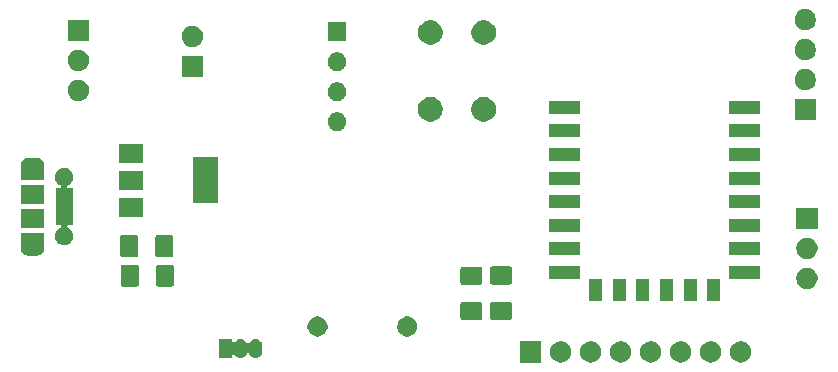
<source format=gbr>
%TF.GenerationSoftware,KiCad,Pcbnew,(5.1.5)-3*%
%TF.CreationDate,2020-12-29T21:36:43+13:00*%
%TF.ProjectId,SensorNodeCircuit,53656e73-6f72-44e6-9f64-654369726375,rev?*%
%TF.SameCoordinates,Original*%
%TF.FileFunction,Soldermask,Top*%
%TF.FilePolarity,Negative*%
%FSLAX46Y46*%
G04 Gerber Fmt 4.6, Leading zero omitted, Abs format (unit mm)*
G04 Created by KiCad (PCBNEW (5.1.5)-3) date 2020-12-29 21:36:43*
%MOMM*%
%LPD*%
G04 APERTURE LIST*
%ADD10C,0.100000*%
G04 APERTURE END LIST*
D10*
G36*
X163892712Y-106596727D02*
G01*
X164042012Y-106626424D01*
X164205984Y-106694344D01*
X164353554Y-106792947D01*
X164479053Y-106918446D01*
X164577656Y-107066016D01*
X164645576Y-107229988D01*
X164680200Y-107404059D01*
X164680200Y-107581541D01*
X164645576Y-107755612D01*
X164577656Y-107919584D01*
X164479053Y-108067154D01*
X164353554Y-108192653D01*
X164205984Y-108291256D01*
X164042012Y-108359176D01*
X163892712Y-108388873D01*
X163867942Y-108393800D01*
X163690458Y-108393800D01*
X163665688Y-108388873D01*
X163516388Y-108359176D01*
X163352416Y-108291256D01*
X163204846Y-108192653D01*
X163079347Y-108067154D01*
X162980744Y-107919584D01*
X162912824Y-107755612D01*
X162878200Y-107581541D01*
X162878200Y-107404059D01*
X162912824Y-107229988D01*
X162980744Y-107066016D01*
X163079347Y-106918446D01*
X163204846Y-106792947D01*
X163352416Y-106694344D01*
X163516388Y-106626424D01*
X163665688Y-106596727D01*
X163690458Y-106591800D01*
X163867942Y-106591800D01*
X163892712Y-106596727D01*
G37*
G36*
X161352712Y-106596727D02*
G01*
X161502012Y-106626424D01*
X161665984Y-106694344D01*
X161813554Y-106792947D01*
X161939053Y-106918446D01*
X162037656Y-107066016D01*
X162105576Y-107229988D01*
X162140200Y-107404059D01*
X162140200Y-107581541D01*
X162105576Y-107755612D01*
X162037656Y-107919584D01*
X161939053Y-108067154D01*
X161813554Y-108192653D01*
X161665984Y-108291256D01*
X161502012Y-108359176D01*
X161352712Y-108388873D01*
X161327942Y-108393800D01*
X161150458Y-108393800D01*
X161125688Y-108388873D01*
X160976388Y-108359176D01*
X160812416Y-108291256D01*
X160664846Y-108192653D01*
X160539347Y-108067154D01*
X160440744Y-107919584D01*
X160372824Y-107755612D01*
X160338200Y-107581541D01*
X160338200Y-107404059D01*
X160372824Y-107229988D01*
X160440744Y-107066016D01*
X160539347Y-106918446D01*
X160664846Y-106792947D01*
X160812416Y-106694344D01*
X160976388Y-106626424D01*
X161125688Y-106596727D01*
X161150458Y-106591800D01*
X161327942Y-106591800D01*
X161352712Y-106596727D01*
G37*
G36*
X146900200Y-108393800D02*
G01*
X145098200Y-108393800D01*
X145098200Y-106591800D01*
X146900200Y-106591800D01*
X146900200Y-108393800D01*
G37*
G36*
X148652712Y-106596727D02*
G01*
X148802012Y-106626424D01*
X148965984Y-106694344D01*
X149113554Y-106792947D01*
X149239053Y-106918446D01*
X149337656Y-107066016D01*
X149405576Y-107229988D01*
X149440200Y-107404059D01*
X149440200Y-107581541D01*
X149405576Y-107755612D01*
X149337656Y-107919584D01*
X149239053Y-108067154D01*
X149113554Y-108192653D01*
X148965984Y-108291256D01*
X148802012Y-108359176D01*
X148652712Y-108388873D01*
X148627942Y-108393800D01*
X148450458Y-108393800D01*
X148425688Y-108388873D01*
X148276388Y-108359176D01*
X148112416Y-108291256D01*
X147964846Y-108192653D01*
X147839347Y-108067154D01*
X147740744Y-107919584D01*
X147672824Y-107755612D01*
X147638200Y-107581541D01*
X147638200Y-107404059D01*
X147672824Y-107229988D01*
X147740744Y-107066016D01*
X147839347Y-106918446D01*
X147964846Y-106792947D01*
X148112416Y-106694344D01*
X148276388Y-106626424D01*
X148425688Y-106596727D01*
X148450458Y-106591800D01*
X148627942Y-106591800D01*
X148652712Y-106596727D01*
G37*
G36*
X151192712Y-106596727D02*
G01*
X151342012Y-106626424D01*
X151505984Y-106694344D01*
X151653554Y-106792947D01*
X151779053Y-106918446D01*
X151877656Y-107066016D01*
X151945576Y-107229988D01*
X151980200Y-107404059D01*
X151980200Y-107581541D01*
X151945576Y-107755612D01*
X151877656Y-107919584D01*
X151779053Y-108067154D01*
X151653554Y-108192653D01*
X151505984Y-108291256D01*
X151342012Y-108359176D01*
X151192712Y-108388873D01*
X151167942Y-108393800D01*
X150990458Y-108393800D01*
X150965688Y-108388873D01*
X150816388Y-108359176D01*
X150652416Y-108291256D01*
X150504846Y-108192653D01*
X150379347Y-108067154D01*
X150280744Y-107919584D01*
X150212824Y-107755612D01*
X150178200Y-107581541D01*
X150178200Y-107404059D01*
X150212824Y-107229988D01*
X150280744Y-107066016D01*
X150379347Y-106918446D01*
X150504846Y-106792947D01*
X150652416Y-106694344D01*
X150816388Y-106626424D01*
X150965688Y-106596727D01*
X150990458Y-106591800D01*
X151167942Y-106591800D01*
X151192712Y-106596727D01*
G37*
G36*
X156272712Y-106596727D02*
G01*
X156422012Y-106626424D01*
X156585984Y-106694344D01*
X156733554Y-106792947D01*
X156859053Y-106918446D01*
X156957656Y-107066016D01*
X157025576Y-107229988D01*
X157060200Y-107404059D01*
X157060200Y-107581541D01*
X157025576Y-107755612D01*
X156957656Y-107919584D01*
X156859053Y-108067154D01*
X156733554Y-108192653D01*
X156585984Y-108291256D01*
X156422012Y-108359176D01*
X156272712Y-108388873D01*
X156247942Y-108393800D01*
X156070458Y-108393800D01*
X156045688Y-108388873D01*
X155896388Y-108359176D01*
X155732416Y-108291256D01*
X155584846Y-108192653D01*
X155459347Y-108067154D01*
X155360744Y-107919584D01*
X155292824Y-107755612D01*
X155258200Y-107581541D01*
X155258200Y-107404059D01*
X155292824Y-107229988D01*
X155360744Y-107066016D01*
X155459347Y-106918446D01*
X155584846Y-106792947D01*
X155732416Y-106694344D01*
X155896388Y-106626424D01*
X156045688Y-106596727D01*
X156070458Y-106591800D01*
X156247942Y-106591800D01*
X156272712Y-106596727D01*
G37*
G36*
X158812712Y-106596727D02*
G01*
X158962012Y-106626424D01*
X159125984Y-106694344D01*
X159273554Y-106792947D01*
X159399053Y-106918446D01*
X159497656Y-107066016D01*
X159565576Y-107229988D01*
X159600200Y-107404059D01*
X159600200Y-107581541D01*
X159565576Y-107755612D01*
X159497656Y-107919584D01*
X159399053Y-108067154D01*
X159273554Y-108192653D01*
X159125984Y-108291256D01*
X158962012Y-108359176D01*
X158812712Y-108388873D01*
X158787942Y-108393800D01*
X158610458Y-108393800D01*
X158585688Y-108388873D01*
X158436388Y-108359176D01*
X158272416Y-108291256D01*
X158124846Y-108192653D01*
X157999347Y-108067154D01*
X157900744Y-107919584D01*
X157832824Y-107755612D01*
X157798200Y-107581541D01*
X157798200Y-107404059D01*
X157832824Y-107229988D01*
X157900744Y-107066016D01*
X157999347Y-106918446D01*
X158124846Y-106792947D01*
X158272416Y-106694344D01*
X158436388Y-106626424D01*
X158585688Y-106596727D01*
X158610458Y-106591800D01*
X158787942Y-106591800D01*
X158812712Y-106596727D01*
G37*
G36*
X153732712Y-106596727D02*
G01*
X153882012Y-106626424D01*
X154045984Y-106694344D01*
X154193554Y-106792947D01*
X154319053Y-106918446D01*
X154417656Y-107066016D01*
X154485576Y-107229988D01*
X154520200Y-107404059D01*
X154520200Y-107581541D01*
X154485576Y-107755612D01*
X154417656Y-107919584D01*
X154319053Y-108067154D01*
X154193554Y-108192653D01*
X154045984Y-108291256D01*
X153882012Y-108359176D01*
X153732712Y-108388873D01*
X153707942Y-108393800D01*
X153530458Y-108393800D01*
X153505688Y-108388873D01*
X153356388Y-108359176D01*
X153192416Y-108291256D01*
X153044846Y-108192653D01*
X152919347Y-108067154D01*
X152820744Y-107919584D01*
X152752824Y-107755612D01*
X152718200Y-107581541D01*
X152718200Y-107404059D01*
X152752824Y-107229988D01*
X152820744Y-107066016D01*
X152919347Y-106918446D01*
X153044846Y-106792947D01*
X153192416Y-106694344D01*
X153356388Y-106626424D01*
X153505688Y-106596727D01*
X153530458Y-106591800D01*
X153707942Y-106591800D01*
X153732712Y-106596727D01*
G37*
G36*
X122812915Y-106393334D02*
G01*
X122921491Y-106426271D01*
X122921494Y-106426272D01*
X122957600Y-106445571D01*
X123021556Y-106479756D01*
X123109264Y-106551736D01*
X123181244Y-106639443D01*
X123210589Y-106694344D01*
X123234728Y-106739505D01*
X123234729Y-106739508D01*
X123267666Y-106848084D01*
X123276000Y-106932702D01*
X123276000Y-107439297D01*
X123267666Y-107523916D01*
X123235252Y-107630767D01*
X123234728Y-107632495D01*
X123224761Y-107651141D01*
X123181244Y-107732557D01*
X123109264Y-107820264D01*
X123021557Y-107892244D01*
X122957601Y-107926429D01*
X122921495Y-107945728D01*
X122921492Y-107945729D01*
X122812916Y-107978666D01*
X122700000Y-107989787D01*
X122587085Y-107978666D01*
X122478509Y-107945729D01*
X122478506Y-107945728D01*
X122442400Y-107926429D01*
X122378444Y-107892244D01*
X122290737Y-107820264D01*
X122218757Y-107732557D01*
X122175239Y-107651141D01*
X122161625Y-107630766D01*
X122144298Y-107613439D01*
X122123924Y-107599826D01*
X122101285Y-107590448D01*
X122077252Y-107585668D01*
X122052748Y-107585668D01*
X122028715Y-107590448D01*
X122006076Y-107599826D01*
X121985701Y-107613440D01*
X121968374Y-107630767D01*
X121954761Y-107651141D01*
X121911244Y-107732557D01*
X121839264Y-107820264D01*
X121751557Y-107892244D01*
X121687601Y-107926429D01*
X121651495Y-107945728D01*
X121651492Y-107945729D01*
X121542916Y-107978666D01*
X121430000Y-107989787D01*
X121317085Y-107978666D01*
X121208509Y-107945729D01*
X121208506Y-107945728D01*
X121172400Y-107926429D01*
X121108444Y-107892244D01*
X121020737Y-107820264D01*
X120957622Y-107743359D01*
X120940297Y-107726034D01*
X120919923Y-107712420D01*
X120897284Y-107703043D01*
X120873250Y-107698263D01*
X120848746Y-107698263D01*
X120824713Y-107703044D01*
X120802074Y-107712421D01*
X120781700Y-107726035D01*
X120764373Y-107743362D01*
X120750759Y-107763736D01*
X120741382Y-107786375D01*
X120736000Y-107822660D01*
X120736000Y-107987000D01*
X119584000Y-107987000D01*
X119584000Y-106385000D01*
X120736000Y-106385000D01*
X120736000Y-106549341D01*
X120738402Y-106573727D01*
X120745515Y-106597176D01*
X120757066Y-106618787D01*
X120772611Y-106637729D01*
X120791553Y-106653274D01*
X120813164Y-106664825D01*
X120836613Y-106671938D01*
X120860999Y-106674340D01*
X120885385Y-106671938D01*
X120908834Y-106664825D01*
X120930445Y-106653274D01*
X120949387Y-106637729D01*
X120957608Y-106628657D01*
X121020736Y-106551736D01*
X121108443Y-106479756D01*
X121172399Y-106445571D01*
X121208505Y-106426272D01*
X121208508Y-106426271D01*
X121317084Y-106393334D01*
X121430000Y-106382213D01*
X121542915Y-106393334D01*
X121651491Y-106426271D01*
X121651494Y-106426272D01*
X121687600Y-106445571D01*
X121751556Y-106479756D01*
X121839264Y-106551736D01*
X121911244Y-106639443D01*
X121954761Y-106720859D01*
X121968375Y-106741234D01*
X121985702Y-106758561D01*
X122006076Y-106772174D01*
X122028715Y-106781552D01*
X122052748Y-106786332D01*
X122077252Y-106786332D01*
X122101285Y-106781552D01*
X122123924Y-106772174D01*
X122144299Y-106758560D01*
X122161626Y-106741233D01*
X122175239Y-106720860D01*
X122218756Y-106639444D01*
X122290736Y-106551736D01*
X122378443Y-106479756D01*
X122442399Y-106445571D01*
X122478505Y-106426272D01*
X122478508Y-106426271D01*
X122587084Y-106393334D01*
X122700000Y-106382213D01*
X122812915Y-106393334D01*
G37*
G36*
X135798228Y-104527703D02*
G01*
X135953100Y-104591853D01*
X136092481Y-104684985D01*
X136211015Y-104803519D01*
X136304147Y-104942900D01*
X136368297Y-105097772D01*
X136401000Y-105262184D01*
X136401000Y-105429816D01*
X136368297Y-105594228D01*
X136304147Y-105749100D01*
X136211015Y-105888481D01*
X136092481Y-106007015D01*
X135953100Y-106100147D01*
X135798228Y-106164297D01*
X135633816Y-106197000D01*
X135466184Y-106197000D01*
X135301772Y-106164297D01*
X135146900Y-106100147D01*
X135007519Y-106007015D01*
X134888985Y-105888481D01*
X134795853Y-105749100D01*
X134731703Y-105594228D01*
X134699000Y-105429816D01*
X134699000Y-105262184D01*
X134731703Y-105097772D01*
X134795853Y-104942900D01*
X134888985Y-104803519D01*
X135007519Y-104684985D01*
X135146900Y-104591853D01*
X135301772Y-104527703D01*
X135466184Y-104495000D01*
X135633816Y-104495000D01*
X135798228Y-104527703D01*
G37*
G36*
X128198228Y-104527703D02*
G01*
X128353100Y-104591853D01*
X128492481Y-104684985D01*
X128611015Y-104803519D01*
X128704147Y-104942900D01*
X128768297Y-105097772D01*
X128801000Y-105262184D01*
X128801000Y-105429816D01*
X128768297Y-105594228D01*
X128704147Y-105749100D01*
X128611015Y-105888481D01*
X128492481Y-106007015D01*
X128353100Y-106100147D01*
X128198228Y-106164297D01*
X128033816Y-106197000D01*
X127866184Y-106197000D01*
X127701772Y-106164297D01*
X127546900Y-106100147D01*
X127407519Y-106007015D01*
X127288985Y-105888481D01*
X127195853Y-105749100D01*
X127131703Y-105594228D01*
X127099000Y-105429816D01*
X127099000Y-105262184D01*
X127131703Y-105097772D01*
X127195853Y-104942900D01*
X127288985Y-104803519D01*
X127407519Y-104684985D01*
X127546900Y-104591853D01*
X127701772Y-104527703D01*
X127866184Y-104495000D01*
X128033816Y-104495000D01*
X128198228Y-104527703D01*
G37*
G36*
X141755562Y-103261681D02*
G01*
X141790481Y-103272274D01*
X141822663Y-103289476D01*
X141850873Y-103312627D01*
X141874024Y-103340837D01*
X141891226Y-103373019D01*
X141901819Y-103407938D01*
X141906000Y-103450395D01*
X141906000Y-104591605D01*
X141901819Y-104634062D01*
X141891226Y-104668981D01*
X141874024Y-104701163D01*
X141850873Y-104729373D01*
X141822663Y-104752524D01*
X141790481Y-104769726D01*
X141755562Y-104780319D01*
X141713105Y-104784500D01*
X140246895Y-104784500D01*
X140204438Y-104780319D01*
X140169519Y-104769726D01*
X140137337Y-104752524D01*
X140109127Y-104729373D01*
X140085976Y-104701163D01*
X140068774Y-104668981D01*
X140058181Y-104634062D01*
X140054000Y-104591605D01*
X140054000Y-103450395D01*
X140058181Y-103407938D01*
X140068774Y-103373019D01*
X140085976Y-103340837D01*
X140109127Y-103312627D01*
X140137337Y-103289476D01*
X140169519Y-103272274D01*
X140204438Y-103261681D01*
X140246895Y-103257500D01*
X141713105Y-103257500D01*
X141755562Y-103261681D01*
G37*
G36*
X144265562Y-103241681D02*
G01*
X144300481Y-103252274D01*
X144332663Y-103269476D01*
X144360873Y-103292627D01*
X144384024Y-103320837D01*
X144401226Y-103353019D01*
X144411819Y-103387938D01*
X144416000Y-103430395D01*
X144416000Y-104571605D01*
X144411819Y-104614062D01*
X144401226Y-104648981D01*
X144384024Y-104681163D01*
X144360873Y-104709373D01*
X144332663Y-104732524D01*
X144300481Y-104749726D01*
X144265562Y-104760319D01*
X144223105Y-104764500D01*
X142756895Y-104764500D01*
X142714438Y-104760319D01*
X142679519Y-104749726D01*
X142647337Y-104732524D01*
X142619127Y-104709373D01*
X142595976Y-104681163D01*
X142578774Y-104648981D01*
X142568181Y-104614062D01*
X142564000Y-104571605D01*
X142564000Y-103430395D01*
X142568181Y-103387938D01*
X142578774Y-103353019D01*
X142595976Y-103320837D01*
X142619127Y-103292627D01*
X142647337Y-103269476D01*
X142679519Y-103252274D01*
X142714438Y-103241681D01*
X142756895Y-103237500D01*
X144223105Y-103237500D01*
X144265562Y-103241681D01*
G37*
G36*
X156042001Y-103222001D02*
G01*
X154940001Y-103222001D01*
X154940001Y-101320001D01*
X156042001Y-101320001D01*
X156042001Y-103222001D01*
G37*
G36*
X158042001Y-103222001D02*
G01*
X156940001Y-103222001D01*
X156940001Y-101320001D01*
X158042001Y-101320001D01*
X158042001Y-103222001D01*
G37*
G36*
X154042001Y-103222001D02*
G01*
X152940001Y-103222001D01*
X152940001Y-101320001D01*
X154042001Y-101320001D01*
X154042001Y-103222001D01*
G37*
G36*
X162042001Y-103222001D02*
G01*
X160940001Y-103222001D01*
X160940001Y-101320001D01*
X162042001Y-101320001D01*
X162042001Y-103222001D01*
G37*
G36*
X152042001Y-103222001D02*
G01*
X150940001Y-103222001D01*
X150940001Y-101320001D01*
X152042001Y-101320001D01*
X152042001Y-103222001D01*
G37*
G36*
X160042001Y-103222001D02*
G01*
X158940001Y-103222001D01*
X158940001Y-101320001D01*
X160042001Y-101320001D01*
X160042001Y-103222001D01*
G37*
G36*
X169499512Y-100371927D02*
G01*
X169648812Y-100401624D01*
X169812784Y-100469544D01*
X169960354Y-100568147D01*
X170085853Y-100693646D01*
X170184456Y-100841216D01*
X170252376Y-101005188D01*
X170287000Y-101179259D01*
X170287000Y-101356741D01*
X170252376Y-101530812D01*
X170184456Y-101694784D01*
X170085853Y-101842354D01*
X169960354Y-101967853D01*
X169812784Y-102066456D01*
X169648812Y-102134376D01*
X169499512Y-102164073D01*
X169474742Y-102169000D01*
X169297258Y-102169000D01*
X169272488Y-102164073D01*
X169123188Y-102134376D01*
X168959216Y-102066456D01*
X168811646Y-101967853D01*
X168686147Y-101842354D01*
X168587544Y-101694784D01*
X168519624Y-101530812D01*
X168485000Y-101356741D01*
X168485000Y-101179259D01*
X168519624Y-101005188D01*
X168587544Y-100841216D01*
X168686147Y-100693646D01*
X168811646Y-100568147D01*
X168959216Y-100469544D01*
X169123188Y-100401624D01*
X169272488Y-100371927D01*
X169297258Y-100367000D01*
X169474742Y-100367000D01*
X169499512Y-100371927D01*
G37*
G36*
X115640062Y-100110181D02*
G01*
X115674981Y-100120774D01*
X115707163Y-100137976D01*
X115735373Y-100161127D01*
X115758524Y-100189337D01*
X115775726Y-100221519D01*
X115786319Y-100256438D01*
X115790500Y-100298895D01*
X115790500Y-101765105D01*
X115786319Y-101807562D01*
X115775726Y-101842481D01*
X115758524Y-101874663D01*
X115735373Y-101902873D01*
X115707163Y-101926024D01*
X115674981Y-101943226D01*
X115640062Y-101953819D01*
X115597605Y-101958000D01*
X114456395Y-101958000D01*
X114413938Y-101953819D01*
X114379019Y-101943226D01*
X114346837Y-101926024D01*
X114318627Y-101902873D01*
X114295476Y-101874663D01*
X114278274Y-101842481D01*
X114267681Y-101807562D01*
X114263500Y-101765105D01*
X114263500Y-100298895D01*
X114267681Y-100256438D01*
X114278274Y-100221519D01*
X114295476Y-100189337D01*
X114318627Y-100161127D01*
X114346837Y-100137976D01*
X114379019Y-100120774D01*
X114413938Y-100110181D01*
X114456395Y-100106000D01*
X115597605Y-100106000D01*
X115640062Y-100110181D01*
G37*
G36*
X112665062Y-100110181D02*
G01*
X112699981Y-100120774D01*
X112732163Y-100137976D01*
X112760373Y-100161127D01*
X112783524Y-100189337D01*
X112800726Y-100221519D01*
X112811319Y-100256438D01*
X112815500Y-100298895D01*
X112815500Y-101765105D01*
X112811319Y-101807562D01*
X112800726Y-101842481D01*
X112783524Y-101874663D01*
X112760373Y-101902873D01*
X112732163Y-101926024D01*
X112699981Y-101943226D01*
X112665062Y-101953819D01*
X112622605Y-101958000D01*
X111481395Y-101958000D01*
X111438938Y-101953819D01*
X111404019Y-101943226D01*
X111371837Y-101926024D01*
X111343627Y-101902873D01*
X111320476Y-101874663D01*
X111303274Y-101842481D01*
X111292681Y-101807562D01*
X111288500Y-101765105D01*
X111288500Y-100298895D01*
X111292681Y-100256438D01*
X111303274Y-100221519D01*
X111320476Y-100189337D01*
X111343627Y-100161127D01*
X111371837Y-100137976D01*
X111404019Y-100120774D01*
X111438938Y-100110181D01*
X111481395Y-100106000D01*
X112622605Y-100106000D01*
X112665062Y-100110181D01*
G37*
G36*
X141755562Y-100286681D02*
G01*
X141790481Y-100297274D01*
X141822663Y-100314476D01*
X141850873Y-100337627D01*
X141874024Y-100365837D01*
X141891226Y-100398019D01*
X141901819Y-100432938D01*
X141906000Y-100475395D01*
X141906000Y-101616605D01*
X141901819Y-101659062D01*
X141891226Y-101693981D01*
X141874024Y-101726163D01*
X141850873Y-101754373D01*
X141822663Y-101777524D01*
X141790481Y-101794726D01*
X141755562Y-101805319D01*
X141713105Y-101809500D01*
X140246895Y-101809500D01*
X140204438Y-101805319D01*
X140169519Y-101794726D01*
X140137337Y-101777524D01*
X140109127Y-101754373D01*
X140085976Y-101726163D01*
X140068774Y-101693981D01*
X140058181Y-101659062D01*
X140054000Y-101616605D01*
X140054000Y-100475395D01*
X140058181Y-100432938D01*
X140068774Y-100398019D01*
X140085976Y-100365837D01*
X140109127Y-100337627D01*
X140137337Y-100314476D01*
X140169519Y-100297274D01*
X140204438Y-100286681D01*
X140246895Y-100282500D01*
X141713105Y-100282500D01*
X141755562Y-100286681D01*
G37*
G36*
X144265562Y-100266681D02*
G01*
X144300481Y-100277274D01*
X144332663Y-100294476D01*
X144360873Y-100317627D01*
X144384024Y-100345837D01*
X144401226Y-100378019D01*
X144411819Y-100412938D01*
X144416000Y-100455395D01*
X144416000Y-101596605D01*
X144411819Y-101639062D01*
X144401226Y-101673981D01*
X144384024Y-101706163D01*
X144360873Y-101734373D01*
X144332663Y-101757524D01*
X144300481Y-101774726D01*
X144265562Y-101785319D01*
X144223105Y-101789500D01*
X142756895Y-101789500D01*
X142714438Y-101785319D01*
X142679519Y-101774726D01*
X142647337Y-101757524D01*
X142619127Y-101734373D01*
X142595976Y-101706163D01*
X142578774Y-101673981D01*
X142568181Y-101639062D01*
X142564000Y-101596605D01*
X142564000Y-100455395D01*
X142568181Y-100412938D01*
X142578774Y-100378019D01*
X142595976Y-100345837D01*
X142619127Y-100317627D01*
X142647337Y-100294476D01*
X142679519Y-100277274D01*
X142714438Y-100266681D01*
X142756895Y-100262500D01*
X144223105Y-100262500D01*
X144265562Y-100266681D01*
G37*
G36*
X150192001Y-101322001D02*
G01*
X147590001Y-101322001D01*
X147590001Y-100220001D01*
X150192001Y-100220001D01*
X150192001Y-101322001D01*
G37*
G36*
X165392001Y-101322001D02*
G01*
X162790001Y-101322001D01*
X162790001Y-100220001D01*
X165392001Y-100220001D01*
X165392001Y-101322001D01*
G37*
G36*
X169499512Y-97831927D02*
G01*
X169648812Y-97861624D01*
X169812784Y-97929544D01*
X169960354Y-98028147D01*
X170085853Y-98153646D01*
X170184456Y-98301216D01*
X170252376Y-98465188D01*
X170287000Y-98639259D01*
X170287000Y-98816741D01*
X170252376Y-98990812D01*
X170184456Y-99154784D01*
X170085853Y-99302354D01*
X169960354Y-99427853D01*
X169812784Y-99526456D01*
X169648812Y-99594376D01*
X169499512Y-99624073D01*
X169474742Y-99629000D01*
X169297258Y-99629000D01*
X169272488Y-99624073D01*
X169123188Y-99594376D01*
X168959216Y-99526456D01*
X168811646Y-99427853D01*
X168686147Y-99302354D01*
X168587544Y-99154784D01*
X168519624Y-98990812D01*
X168485000Y-98816741D01*
X168485000Y-98639259D01*
X168519624Y-98465188D01*
X168587544Y-98301216D01*
X168686147Y-98153646D01*
X168811646Y-98028147D01*
X168959216Y-97929544D01*
X169123188Y-97861624D01*
X169272488Y-97831927D01*
X169297258Y-97827000D01*
X169474742Y-97827000D01*
X169499512Y-97831927D01*
G37*
G36*
X112627562Y-97610181D02*
G01*
X112662481Y-97620774D01*
X112694663Y-97637976D01*
X112722873Y-97661127D01*
X112746024Y-97689337D01*
X112763226Y-97721519D01*
X112773819Y-97756438D01*
X112778000Y-97798895D01*
X112778000Y-99265105D01*
X112773819Y-99307562D01*
X112763226Y-99342481D01*
X112746024Y-99374663D01*
X112722873Y-99402873D01*
X112694663Y-99426024D01*
X112662481Y-99443226D01*
X112627562Y-99453819D01*
X112585105Y-99458000D01*
X111443895Y-99458000D01*
X111401438Y-99453819D01*
X111366519Y-99443226D01*
X111334337Y-99426024D01*
X111306127Y-99402873D01*
X111282976Y-99374663D01*
X111265774Y-99342481D01*
X111255181Y-99307562D01*
X111251000Y-99265105D01*
X111251000Y-97798895D01*
X111255181Y-97756438D01*
X111265774Y-97721519D01*
X111282976Y-97689337D01*
X111306127Y-97661127D01*
X111334337Y-97637976D01*
X111366519Y-97620774D01*
X111401438Y-97610181D01*
X111443895Y-97606000D01*
X112585105Y-97606000D01*
X112627562Y-97610181D01*
G37*
G36*
X115602562Y-97610181D02*
G01*
X115637481Y-97620774D01*
X115669663Y-97637976D01*
X115697873Y-97661127D01*
X115721024Y-97689337D01*
X115738226Y-97721519D01*
X115748819Y-97756438D01*
X115753000Y-97798895D01*
X115753000Y-99265105D01*
X115748819Y-99307562D01*
X115738226Y-99342481D01*
X115721024Y-99374663D01*
X115697873Y-99402873D01*
X115669663Y-99426024D01*
X115637481Y-99443226D01*
X115602562Y-99453819D01*
X115560105Y-99458000D01*
X114418895Y-99458000D01*
X114376438Y-99453819D01*
X114341519Y-99443226D01*
X114309337Y-99426024D01*
X114281127Y-99402873D01*
X114257976Y-99374663D01*
X114240774Y-99342481D01*
X114230181Y-99307562D01*
X114226000Y-99265105D01*
X114226000Y-97798895D01*
X114230181Y-97756438D01*
X114240774Y-97721519D01*
X114257976Y-97689337D01*
X114281127Y-97661127D01*
X114309337Y-97637976D01*
X114341519Y-97620774D01*
X114376438Y-97610181D01*
X114418895Y-97606000D01*
X115560105Y-97606000D01*
X115602562Y-97610181D01*
G37*
G36*
X104813500Y-98647886D02*
G01*
X104814102Y-98660138D01*
X104816649Y-98686000D01*
X104814102Y-98711862D01*
X104813500Y-98724114D01*
X104813500Y-98797406D01*
X104804543Y-98814164D01*
X104800415Y-98825701D01*
X104774632Y-98910693D01*
X104766854Y-98936336D01*
X104706406Y-99049425D01*
X104625054Y-99148554D01*
X104525925Y-99229906D01*
X104412836Y-99290354D01*
X104380904Y-99300040D01*
X104290118Y-99327580D01*
X104226355Y-99333860D01*
X104194474Y-99337000D01*
X103430526Y-99337000D01*
X103398645Y-99333860D01*
X103334882Y-99327580D01*
X103244096Y-99300040D01*
X103212164Y-99290354D01*
X103099075Y-99229906D01*
X102999946Y-99148554D01*
X102918594Y-99049425D01*
X102858146Y-98936336D01*
X102850368Y-98910693D01*
X102824587Y-98825708D01*
X102815213Y-98803075D01*
X102811500Y-98797518D01*
X102811500Y-98724114D01*
X102810898Y-98711862D01*
X102808351Y-98686000D01*
X102810898Y-98660138D01*
X102811500Y-98647886D01*
X102811500Y-97435000D01*
X104813500Y-97435000D01*
X104813500Y-98647886D01*
G37*
G36*
X150192001Y-99322001D02*
G01*
X147590001Y-99322001D01*
X147590001Y-98220001D01*
X150192001Y-98220001D01*
X150192001Y-99322001D01*
G37*
G36*
X165392001Y-99322001D02*
G01*
X162790001Y-99322001D01*
X162790001Y-98220001D01*
X165392001Y-98220001D01*
X165392001Y-99322001D01*
G37*
G36*
X106738848Y-91939820D02*
G01*
X106738850Y-91939821D01*
X106738851Y-91939821D01*
X106880074Y-91998317D01*
X106880077Y-91998319D01*
X107007169Y-92083239D01*
X107115261Y-92191331D01*
X107200181Y-92318423D01*
X107200183Y-92318426D01*
X107258679Y-92459649D01*
X107288500Y-92609571D01*
X107288500Y-92762429D01*
X107258679Y-92912351D01*
X107200183Y-93053574D01*
X107200181Y-93053577D01*
X107115261Y-93180669D01*
X107007169Y-93288761D01*
X106922440Y-93345375D01*
X106880074Y-93373683D01*
X106829772Y-93394519D01*
X106808164Y-93406068D01*
X106789222Y-93421614D01*
X106773677Y-93440556D01*
X106762126Y-93462166D01*
X106755013Y-93485615D01*
X106752611Y-93510001D01*
X106755013Y-93534387D01*
X106762126Y-93557836D01*
X106773677Y-93579447D01*
X106789223Y-93598389D01*
X106808165Y-93613934D01*
X106829775Y-93625485D01*
X106853224Y-93632598D01*
X106877610Y-93635000D01*
X107238500Y-93635000D01*
X107238500Y-96737000D01*
X106877610Y-96737000D01*
X106853224Y-96739402D01*
X106829775Y-96746515D01*
X106808164Y-96758066D01*
X106789222Y-96773611D01*
X106773677Y-96792553D01*
X106762126Y-96814164D01*
X106755013Y-96837613D01*
X106752611Y-96861999D01*
X106755013Y-96886385D01*
X106762126Y-96909834D01*
X106773677Y-96931445D01*
X106789222Y-96950387D01*
X106808164Y-96965932D01*
X106829772Y-96977481D01*
X106880074Y-96998317D01*
X106880075Y-96998318D01*
X107007169Y-97083239D01*
X107115261Y-97191331D01*
X107200181Y-97318423D01*
X107200183Y-97318426D01*
X107248469Y-97435000D01*
X107258680Y-97459652D01*
X107288500Y-97609569D01*
X107288500Y-97762431D01*
X107266329Y-97873895D01*
X107258679Y-97912351D01*
X107200183Y-98053574D01*
X107200181Y-98053577D01*
X107115261Y-98180669D01*
X107007169Y-98288761D01*
X106956564Y-98322574D01*
X106880074Y-98373683D01*
X106738851Y-98432179D01*
X106738850Y-98432179D01*
X106738848Y-98432180D01*
X106588931Y-98462000D01*
X106436069Y-98462000D01*
X106286152Y-98432180D01*
X106286150Y-98432179D01*
X106286149Y-98432179D01*
X106144926Y-98373683D01*
X106068436Y-98322574D01*
X106017831Y-98288761D01*
X105909739Y-98180669D01*
X105824819Y-98053577D01*
X105824817Y-98053574D01*
X105766321Y-97912351D01*
X105758672Y-97873895D01*
X105736500Y-97762431D01*
X105736500Y-97609569D01*
X105766320Y-97459652D01*
X105776531Y-97435000D01*
X105824817Y-97318426D01*
X105824819Y-97318423D01*
X105909739Y-97191331D01*
X106017831Y-97083239D01*
X106144925Y-96998318D01*
X106144926Y-96998317D01*
X106195228Y-96977481D01*
X106216836Y-96965932D01*
X106235778Y-96950386D01*
X106251323Y-96931444D01*
X106262874Y-96909834D01*
X106269987Y-96886385D01*
X106272389Y-96861999D01*
X106269987Y-96837613D01*
X106262874Y-96814164D01*
X106251323Y-96792553D01*
X106235777Y-96773611D01*
X106216835Y-96758066D01*
X106195225Y-96746515D01*
X106171776Y-96739402D01*
X106147390Y-96737000D01*
X105786500Y-96737000D01*
X105786500Y-93635000D01*
X106147390Y-93635000D01*
X106171776Y-93632598D01*
X106195225Y-93625485D01*
X106216836Y-93613934D01*
X106235778Y-93598389D01*
X106251323Y-93579447D01*
X106262874Y-93557836D01*
X106269987Y-93534387D01*
X106272389Y-93510001D01*
X106269987Y-93485615D01*
X106262874Y-93462166D01*
X106251323Y-93440555D01*
X106235778Y-93421613D01*
X106216836Y-93406068D01*
X106195228Y-93394519D01*
X106144926Y-93373683D01*
X106102560Y-93345375D01*
X106017831Y-93288761D01*
X105909739Y-93180669D01*
X105824819Y-93053577D01*
X105824817Y-93053574D01*
X105766321Y-92912351D01*
X105736500Y-92762429D01*
X105736500Y-92609571D01*
X105766321Y-92459649D01*
X105824817Y-92318426D01*
X105824819Y-92318423D01*
X105909739Y-92191331D01*
X106017831Y-92083239D01*
X106144923Y-91998319D01*
X106144926Y-91998317D01*
X106286149Y-91939821D01*
X106286150Y-91939821D01*
X106286152Y-91939820D01*
X106436069Y-91910000D01*
X106588931Y-91910000D01*
X106738848Y-91939820D01*
G37*
G36*
X150192001Y-97322001D02*
G01*
X147590001Y-97322001D01*
X147590001Y-96220001D01*
X150192001Y-96220001D01*
X150192001Y-97322001D01*
G37*
G36*
X165392001Y-97322001D02*
G01*
X162790001Y-97322001D01*
X162790001Y-96220001D01*
X165392001Y-96220001D01*
X165392001Y-97322001D01*
G37*
G36*
X170287000Y-97089000D02*
G01*
X168485000Y-97089000D01*
X168485000Y-95287000D01*
X170287000Y-95287000D01*
X170287000Y-97089000D01*
G37*
G36*
X104813500Y-96987000D02*
G01*
X102811500Y-96987000D01*
X102811500Y-95385000D01*
X104813500Y-95385000D01*
X104813500Y-96987000D01*
G37*
G36*
X113217000Y-96065000D02*
G01*
X111115000Y-96065000D01*
X111115000Y-94463000D01*
X113217000Y-94463000D01*
X113217000Y-96065000D01*
G37*
G36*
X165392001Y-95322001D02*
G01*
X162790001Y-95322001D01*
X162790001Y-94220001D01*
X165392001Y-94220001D01*
X165392001Y-95322001D01*
G37*
G36*
X150192001Y-95322001D02*
G01*
X147590001Y-95322001D01*
X147590001Y-94220001D01*
X150192001Y-94220001D01*
X150192001Y-95322001D01*
G37*
G36*
X104813500Y-94987000D02*
G01*
X102811500Y-94987000D01*
X102811500Y-93385000D01*
X104813500Y-93385000D01*
X104813500Y-94987000D01*
G37*
G36*
X119517000Y-94915000D02*
G01*
X117415000Y-94915000D01*
X117415000Y-91013000D01*
X119517000Y-91013000D01*
X119517000Y-94915000D01*
G37*
G36*
X113217000Y-93765000D02*
G01*
X111115000Y-93765000D01*
X111115000Y-92163000D01*
X113217000Y-92163000D01*
X113217000Y-93765000D01*
G37*
G36*
X150192001Y-93322001D02*
G01*
X147590001Y-93322001D01*
X147590001Y-92220001D01*
X150192001Y-92220001D01*
X150192001Y-93322001D01*
G37*
G36*
X165392001Y-93322001D02*
G01*
X162790001Y-93322001D01*
X162790001Y-92220001D01*
X165392001Y-92220001D01*
X165392001Y-93322001D01*
G37*
G36*
X104226355Y-91038140D02*
G01*
X104290118Y-91044420D01*
X104380904Y-91071960D01*
X104412836Y-91081646D01*
X104525925Y-91142094D01*
X104625054Y-91223446D01*
X104706406Y-91322575D01*
X104766854Y-91435664D01*
X104766855Y-91435668D01*
X104800413Y-91546292D01*
X104809787Y-91568925D01*
X104813500Y-91574482D01*
X104813500Y-91647886D01*
X104814102Y-91660138D01*
X104816649Y-91686000D01*
X104814102Y-91711862D01*
X104813500Y-91724114D01*
X104813500Y-92937000D01*
X102811500Y-92937000D01*
X102811500Y-91724114D01*
X102810898Y-91711862D01*
X102808351Y-91686000D01*
X102810898Y-91660138D01*
X102811500Y-91647886D01*
X102811500Y-91574594D01*
X102820457Y-91557836D01*
X102824585Y-91546299D01*
X102858145Y-91435668D01*
X102858146Y-91435664D01*
X102918594Y-91322575D01*
X102999946Y-91223446D01*
X103099075Y-91142094D01*
X103212164Y-91081646D01*
X103244096Y-91071960D01*
X103334882Y-91044420D01*
X103398645Y-91038140D01*
X103430526Y-91035000D01*
X104194474Y-91035000D01*
X104226355Y-91038140D01*
G37*
G36*
X113217000Y-91465000D02*
G01*
X111115000Y-91465000D01*
X111115000Y-89863000D01*
X113217000Y-89863000D01*
X113217000Y-91465000D01*
G37*
G36*
X165392001Y-91322001D02*
G01*
X162790001Y-91322001D01*
X162790001Y-90220001D01*
X165392001Y-90220001D01*
X165392001Y-91322001D01*
G37*
G36*
X150192001Y-91322001D02*
G01*
X147590001Y-91322001D01*
X147590001Y-90220001D01*
X150192001Y-90220001D01*
X150192001Y-91322001D01*
G37*
G36*
X150192001Y-89322001D02*
G01*
X147590001Y-89322001D01*
X147590001Y-88220001D01*
X150192001Y-88220001D01*
X150192001Y-89322001D01*
G37*
G36*
X165392001Y-89322001D02*
G01*
X162790001Y-89322001D01*
X162790001Y-88220001D01*
X165392001Y-88220001D01*
X165392001Y-89322001D01*
G37*
G36*
X129833642Y-87235781D02*
G01*
X129979414Y-87296162D01*
X129979416Y-87296163D01*
X130110608Y-87383822D01*
X130222178Y-87495392D01*
X130302747Y-87615973D01*
X130309838Y-87626586D01*
X130370219Y-87772358D01*
X130401000Y-87927107D01*
X130401000Y-88084893D01*
X130370219Y-88239642D01*
X130309838Y-88385414D01*
X130309837Y-88385416D01*
X130222178Y-88516608D01*
X130110608Y-88628178D01*
X129979416Y-88715837D01*
X129979415Y-88715838D01*
X129979414Y-88715838D01*
X129833642Y-88776219D01*
X129678893Y-88807000D01*
X129521107Y-88807000D01*
X129366358Y-88776219D01*
X129220586Y-88715838D01*
X129220585Y-88715838D01*
X129220584Y-88715837D01*
X129089392Y-88628178D01*
X128977822Y-88516608D01*
X128890163Y-88385416D01*
X128890162Y-88385414D01*
X128829781Y-88239642D01*
X128799000Y-88084893D01*
X128799000Y-87927107D01*
X128829781Y-87772358D01*
X128890162Y-87626586D01*
X128897253Y-87615973D01*
X128977822Y-87495392D01*
X129089392Y-87383822D01*
X129220584Y-87296163D01*
X129220586Y-87296162D01*
X129366358Y-87235781D01*
X129521107Y-87205000D01*
X129678893Y-87205000D01*
X129833642Y-87235781D01*
G37*
G36*
X137816564Y-85935389D02*
G01*
X138007833Y-86014615D01*
X138007835Y-86014616D01*
X138051591Y-86043853D01*
X138179973Y-86129635D01*
X138326365Y-86276027D01*
X138441385Y-86448167D01*
X138520611Y-86639436D01*
X138561000Y-86842484D01*
X138561000Y-87049516D01*
X138520611Y-87252564D01*
X138491849Y-87322001D01*
X138441384Y-87443835D01*
X138326365Y-87615973D01*
X138179973Y-87762365D01*
X138007835Y-87877384D01*
X138007834Y-87877385D01*
X138007833Y-87877385D01*
X137816564Y-87956611D01*
X137613516Y-87997000D01*
X137406484Y-87997000D01*
X137203436Y-87956611D01*
X137012167Y-87877385D01*
X137012166Y-87877385D01*
X137012165Y-87877384D01*
X136840027Y-87762365D01*
X136693635Y-87615973D01*
X136578616Y-87443835D01*
X136528151Y-87322001D01*
X136499389Y-87252564D01*
X136459000Y-87049516D01*
X136459000Y-86842484D01*
X136499389Y-86639436D01*
X136578615Y-86448167D01*
X136693635Y-86276027D01*
X136840027Y-86129635D01*
X136968409Y-86043853D01*
X137012165Y-86014616D01*
X137012167Y-86014615D01*
X137203436Y-85935389D01*
X137406484Y-85895000D01*
X137613516Y-85895000D01*
X137816564Y-85935389D01*
G37*
G36*
X142316564Y-85935389D02*
G01*
X142507833Y-86014615D01*
X142507835Y-86014616D01*
X142551591Y-86043853D01*
X142679973Y-86129635D01*
X142826365Y-86276027D01*
X142941385Y-86448167D01*
X143020611Y-86639436D01*
X143061000Y-86842484D01*
X143061000Y-87049516D01*
X143020611Y-87252564D01*
X142991849Y-87322001D01*
X142941384Y-87443835D01*
X142826365Y-87615973D01*
X142679973Y-87762365D01*
X142507835Y-87877384D01*
X142507834Y-87877385D01*
X142507833Y-87877385D01*
X142316564Y-87956611D01*
X142113516Y-87997000D01*
X141906484Y-87997000D01*
X141703436Y-87956611D01*
X141512167Y-87877385D01*
X141512166Y-87877385D01*
X141512165Y-87877384D01*
X141340027Y-87762365D01*
X141193635Y-87615973D01*
X141078616Y-87443835D01*
X141028151Y-87322001D01*
X140999389Y-87252564D01*
X140959000Y-87049516D01*
X140959000Y-86842484D01*
X140999389Y-86639436D01*
X141078615Y-86448167D01*
X141193635Y-86276027D01*
X141340027Y-86129635D01*
X141468409Y-86043853D01*
X141512165Y-86014616D01*
X141512167Y-86014615D01*
X141703436Y-85935389D01*
X141906484Y-85895000D01*
X142113516Y-85895000D01*
X142316564Y-85935389D01*
G37*
G36*
X170147000Y-87889000D02*
G01*
X168345000Y-87889000D01*
X168345000Y-86087000D01*
X170147000Y-86087000D01*
X170147000Y-87889000D01*
G37*
G36*
X150192001Y-87322001D02*
G01*
X147590001Y-87322001D01*
X147590001Y-86220001D01*
X150192001Y-86220001D01*
X150192001Y-87322001D01*
G37*
G36*
X165392001Y-87322001D02*
G01*
X162790001Y-87322001D01*
X162790001Y-86220001D01*
X165392001Y-86220001D01*
X165392001Y-87322001D01*
G37*
G36*
X129833642Y-84695781D02*
G01*
X129979414Y-84756162D01*
X129979416Y-84756163D01*
X130110608Y-84843822D01*
X130222178Y-84955392D01*
X130306232Y-85081189D01*
X130309838Y-85086586D01*
X130370219Y-85232358D01*
X130401000Y-85387107D01*
X130401000Y-85544893D01*
X130370219Y-85699642D01*
X130340751Y-85770784D01*
X130309837Y-85845416D01*
X130222178Y-85976608D01*
X130110608Y-86088178D01*
X129979416Y-86175837D01*
X129979415Y-86175838D01*
X129979414Y-86175838D01*
X129833642Y-86236219D01*
X129678893Y-86267000D01*
X129521107Y-86267000D01*
X129366358Y-86236219D01*
X129220586Y-86175838D01*
X129220585Y-86175838D01*
X129220584Y-86175837D01*
X129089392Y-86088178D01*
X128977822Y-85976608D01*
X128890163Y-85845416D01*
X128859249Y-85770784D01*
X128829781Y-85699642D01*
X128799000Y-85544893D01*
X128799000Y-85387107D01*
X128829781Y-85232358D01*
X128890162Y-85086586D01*
X128893768Y-85081189D01*
X128977822Y-84955392D01*
X129089392Y-84843822D01*
X129220584Y-84756163D01*
X129220586Y-84756162D01*
X129366358Y-84695781D01*
X129521107Y-84665000D01*
X129678893Y-84665000D01*
X129833642Y-84695781D01*
G37*
G36*
X107809512Y-84447927D02*
G01*
X107958812Y-84477624D01*
X108122784Y-84545544D01*
X108270354Y-84644147D01*
X108395853Y-84769646D01*
X108494456Y-84917216D01*
X108562376Y-85081188D01*
X108597000Y-85255259D01*
X108597000Y-85432741D01*
X108562376Y-85606812D01*
X108494456Y-85770784D01*
X108395853Y-85918354D01*
X108270354Y-86043853D01*
X108122784Y-86142456D01*
X107958812Y-86210376D01*
X107809512Y-86240073D01*
X107784742Y-86245000D01*
X107607258Y-86245000D01*
X107582488Y-86240073D01*
X107433188Y-86210376D01*
X107269216Y-86142456D01*
X107121646Y-86043853D01*
X106996147Y-85918354D01*
X106897544Y-85770784D01*
X106829624Y-85606812D01*
X106795000Y-85432741D01*
X106795000Y-85255259D01*
X106829624Y-85081188D01*
X106897544Y-84917216D01*
X106996147Y-84769646D01*
X107121646Y-84644147D01*
X107269216Y-84545544D01*
X107433188Y-84477624D01*
X107582488Y-84447927D01*
X107607258Y-84443000D01*
X107784742Y-84443000D01*
X107809512Y-84447927D01*
G37*
G36*
X169359512Y-83551927D02*
G01*
X169508812Y-83581624D01*
X169672784Y-83649544D01*
X169820354Y-83748147D01*
X169945853Y-83873646D01*
X170044456Y-84021216D01*
X170112376Y-84185188D01*
X170147000Y-84359259D01*
X170147000Y-84536741D01*
X170112376Y-84710812D01*
X170044456Y-84874784D01*
X169945853Y-85022354D01*
X169820354Y-85147853D01*
X169672784Y-85246456D01*
X169508812Y-85314376D01*
X169359512Y-85344073D01*
X169334742Y-85349000D01*
X169157258Y-85349000D01*
X169132488Y-85344073D01*
X168983188Y-85314376D01*
X168819216Y-85246456D01*
X168671646Y-85147853D01*
X168546147Y-85022354D01*
X168447544Y-84874784D01*
X168379624Y-84710812D01*
X168345000Y-84536741D01*
X168345000Y-84359259D01*
X168379624Y-84185188D01*
X168447544Y-84021216D01*
X168546147Y-83873646D01*
X168671646Y-83748147D01*
X168819216Y-83649544D01*
X168983188Y-83581624D01*
X169132488Y-83551927D01*
X169157258Y-83547000D01*
X169334742Y-83547000D01*
X169359512Y-83551927D01*
G37*
G36*
X118249000Y-84213000D02*
G01*
X116447000Y-84213000D01*
X116447000Y-82411000D01*
X118249000Y-82411000D01*
X118249000Y-84213000D01*
G37*
G36*
X129833642Y-82155781D02*
G01*
X129979414Y-82216162D01*
X129979416Y-82216163D01*
X130110608Y-82303822D01*
X130222178Y-82415392D01*
X130306232Y-82541189D01*
X130309838Y-82546586D01*
X130370219Y-82692358D01*
X130401000Y-82847107D01*
X130401000Y-83004893D01*
X130370219Y-83159642D01*
X130340751Y-83230784D01*
X130309837Y-83305416D01*
X130222178Y-83436608D01*
X130110608Y-83548178D01*
X129979416Y-83635837D01*
X129979415Y-83635838D01*
X129979414Y-83635838D01*
X129833642Y-83696219D01*
X129678893Y-83727000D01*
X129521107Y-83727000D01*
X129366358Y-83696219D01*
X129220586Y-83635838D01*
X129220585Y-83635838D01*
X129220584Y-83635837D01*
X129089392Y-83548178D01*
X128977822Y-83436608D01*
X128890163Y-83305416D01*
X128859249Y-83230784D01*
X128829781Y-83159642D01*
X128799000Y-83004893D01*
X128799000Y-82847107D01*
X128829781Y-82692358D01*
X128890162Y-82546586D01*
X128893768Y-82541189D01*
X128977822Y-82415392D01*
X129089392Y-82303822D01*
X129220584Y-82216163D01*
X129220586Y-82216162D01*
X129366358Y-82155781D01*
X129521107Y-82125000D01*
X129678893Y-82125000D01*
X129833642Y-82155781D01*
G37*
G36*
X107809512Y-81907927D02*
G01*
X107958812Y-81937624D01*
X108122784Y-82005544D01*
X108270354Y-82104147D01*
X108395853Y-82229646D01*
X108494456Y-82377216D01*
X108562376Y-82541188D01*
X108597000Y-82715259D01*
X108597000Y-82892741D01*
X108562376Y-83066812D01*
X108494456Y-83230784D01*
X108395853Y-83378354D01*
X108270354Y-83503853D01*
X108122784Y-83602456D01*
X107958812Y-83670376D01*
X107809512Y-83700073D01*
X107784742Y-83705000D01*
X107607258Y-83705000D01*
X107582488Y-83700073D01*
X107433188Y-83670376D01*
X107269216Y-83602456D01*
X107121646Y-83503853D01*
X106996147Y-83378354D01*
X106897544Y-83230784D01*
X106829624Y-83066812D01*
X106795000Y-82892741D01*
X106795000Y-82715259D01*
X106829624Y-82541188D01*
X106897544Y-82377216D01*
X106996147Y-82229646D01*
X107121646Y-82104147D01*
X107269216Y-82005544D01*
X107433188Y-81937624D01*
X107582488Y-81907927D01*
X107607258Y-81903000D01*
X107784742Y-81903000D01*
X107809512Y-81907927D01*
G37*
G36*
X169359512Y-81011927D02*
G01*
X169508812Y-81041624D01*
X169672784Y-81109544D01*
X169820354Y-81208147D01*
X169945853Y-81333646D01*
X170044456Y-81481216D01*
X170112376Y-81645188D01*
X170147000Y-81819259D01*
X170147000Y-81996741D01*
X170112376Y-82170812D01*
X170044456Y-82334784D01*
X169945853Y-82482354D01*
X169820354Y-82607853D01*
X169672784Y-82706456D01*
X169508812Y-82774376D01*
X169359512Y-82804073D01*
X169334742Y-82809000D01*
X169157258Y-82809000D01*
X169132488Y-82804073D01*
X168983188Y-82774376D01*
X168819216Y-82706456D01*
X168671646Y-82607853D01*
X168546147Y-82482354D01*
X168447544Y-82334784D01*
X168379624Y-82170812D01*
X168345000Y-81996741D01*
X168345000Y-81819259D01*
X168379624Y-81645188D01*
X168447544Y-81481216D01*
X168546147Y-81333646D01*
X168671646Y-81208147D01*
X168819216Y-81109544D01*
X168983188Y-81041624D01*
X169132488Y-81011927D01*
X169157258Y-81007000D01*
X169334742Y-81007000D01*
X169359512Y-81011927D01*
G37*
G36*
X117461512Y-79875927D02*
G01*
X117610812Y-79905624D01*
X117774784Y-79973544D01*
X117922354Y-80072147D01*
X118047853Y-80197646D01*
X118146456Y-80345216D01*
X118214376Y-80509188D01*
X118249000Y-80683259D01*
X118249000Y-80860741D01*
X118214376Y-81034812D01*
X118146456Y-81198784D01*
X118047853Y-81346354D01*
X117922354Y-81471853D01*
X117774784Y-81570456D01*
X117610812Y-81638376D01*
X117461512Y-81668073D01*
X117436742Y-81673000D01*
X117259258Y-81673000D01*
X117234488Y-81668073D01*
X117085188Y-81638376D01*
X116921216Y-81570456D01*
X116773646Y-81471853D01*
X116648147Y-81346354D01*
X116549544Y-81198784D01*
X116481624Y-81034812D01*
X116447000Y-80860741D01*
X116447000Y-80683259D01*
X116481624Y-80509188D01*
X116549544Y-80345216D01*
X116648147Y-80197646D01*
X116773646Y-80072147D01*
X116921216Y-79973544D01*
X117085188Y-79905624D01*
X117234488Y-79875927D01*
X117259258Y-79871000D01*
X117436742Y-79871000D01*
X117461512Y-79875927D01*
G37*
G36*
X142316564Y-79435389D02*
G01*
X142507833Y-79514615D01*
X142507835Y-79514616D01*
X142679973Y-79629635D01*
X142826365Y-79776027D01*
X142937501Y-79942353D01*
X142941385Y-79948167D01*
X143020611Y-80139436D01*
X143061000Y-80342484D01*
X143061000Y-80549516D01*
X143020611Y-80752564D01*
X142975802Y-80860742D01*
X142941384Y-80943835D01*
X142826365Y-81115973D01*
X142679973Y-81262365D01*
X142507835Y-81377384D01*
X142507834Y-81377385D01*
X142507833Y-81377385D01*
X142316564Y-81456611D01*
X142113516Y-81497000D01*
X141906484Y-81497000D01*
X141703436Y-81456611D01*
X141512167Y-81377385D01*
X141512166Y-81377385D01*
X141512165Y-81377384D01*
X141340027Y-81262365D01*
X141193635Y-81115973D01*
X141078616Y-80943835D01*
X141044198Y-80860742D01*
X140999389Y-80752564D01*
X140959000Y-80549516D01*
X140959000Y-80342484D01*
X140999389Y-80139436D01*
X141078615Y-79948167D01*
X141082500Y-79942353D01*
X141193635Y-79776027D01*
X141340027Y-79629635D01*
X141512165Y-79514616D01*
X141512167Y-79514615D01*
X141703436Y-79435389D01*
X141906484Y-79395000D01*
X142113516Y-79395000D01*
X142316564Y-79435389D01*
G37*
G36*
X137816564Y-79435389D02*
G01*
X138007833Y-79514615D01*
X138007835Y-79514616D01*
X138179973Y-79629635D01*
X138326365Y-79776027D01*
X138437501Y-79942353D01*
X138441385Y-79948167D01*
X138520611Y-80139436D01*
X138561000Y-80342484D01*
X138561000Y-80549516D01*
X138520611Y-80752564D01*
X138475802Y-80860742D01*
X138441384Y-80943835D01*
X138326365Y-81115973D01*
X138179973Y-81262365D01*
X138007835Y-81377384D01*
X138007834Y-81377385D01*
X138007833Y-81377385D01*
X137816564Y-81456611D01*
X137613516Y-81497000D01*
X137406484Y-81497000D01*
X137203436Y-81456611D01*
X137012167Y-81377385D01*
X137012166Y-81377385D01*
X137012165Y-81377384D01*
X136840027Y-81262365D01*
X136693635Y-81115973D01*
X136578616Y-80943835D01*
X136544198Y-80860742D01*
X136499389Y-80752564D01*
X136459000Y-80549516D01*
X136459000Y-80342484D01*
X136499389Y-80139436D01*
X136578615Y-79948167D01*
X136582500Y-79942353D01*
X136693635Y-79776027D01*
X136840027Y-79629635D01*
X137012165Y-79514616D01*
X137012167Y-79514615D01*
X137203436Y-79435389D01*
X137406484Y-79395000D01*
X137613516Y-79395000D01*
X137816564Y-79435389D01*
G37*
G36*
X130401000Y-81187000D02*
G01*
X128799000Y-81187000D01*
X128799000Y-79585000D01*
X130401000Y-79585000D01*
X130401000Y-81187000D01*
G37*
G36*
X108597000Y-81165000D02*
G01*
X106795000Y-81165000D01*
X106795000Y-79363000D01*
X108597000Y-79363000D01*
X108597000Y-81165000D01*
G37*
G36*
X169359512Y-78471927D02*
G01*
X169508812Y-78501624D01*
X169672784Y-78569544D01*
X169820354Y-78668147D01*
X169945853Y-78793646D01*
X170044456Y-78941216D01*
X170112376Y-79105188D01*
X170147000Y-79279259D01*
X170147000Y-79456741D01*
X170112376Y-79630812D01*
X170044456Y-79794784D01*
X169945853Y-79942354D01*
X169820354Y-80067853D01*
X169672784Y-80166456D01*
X169508812Y-80234376D01*
X169359512Y-80264073D01*
X169334742Y-80269000D01*
X169157258Y-80269000D01*
X169132488Y-80264073D01*
X168983188Y-80234376D01*
X168819216Y-80166456D01*
X168671646Y-80067853D01*
X168546147Y-79942354D01*
X168447544Y-79794784D01*
X168379624Y-79630812D01*
X168345000Y-79456741D01*
X168345000Y-79279259D01*
X168379624Y-79105188D01*
X168447544Y-78941216D01*
X168546147Y-78793646D01*
X168671646Y-78668147D01*
X168819216Y-78569544D01*
X168983188Y-78501624D01*
X169132488Y-78471927D01*
X169157258Y-78467000D01*
X169334742Y-78467000D01*
X169359512Y-78471927D01*
G37*
M02*

</source>
